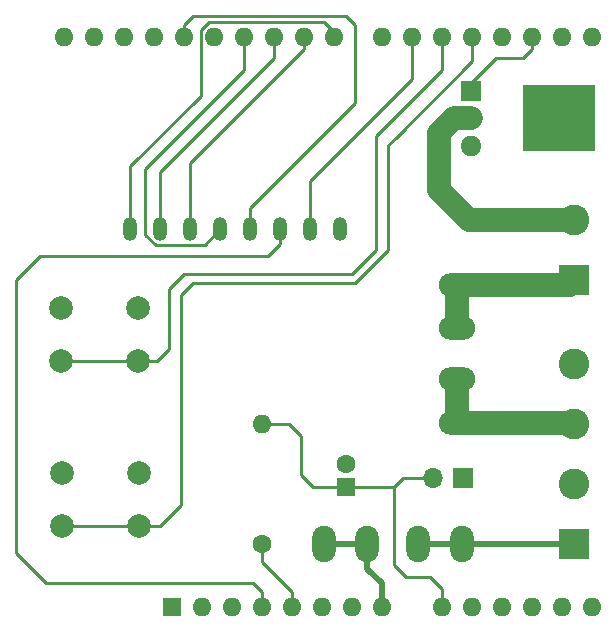
<source format=gbr>
%TF.GenerationSoftware,KiCad,Pcbnew,5.1.6+dfsg1-1*%
%TF.CreationDate,2020-07-08T08:01:11+01:00*%
%TF.ProjectId,Brew_Temperature_Controller,42726577-5f54-4656-9d70-657261747572,rev?*%
%TF.SameCoordinates,Original*%
%TF.FileFunction,Copper,L1,Top*%
%TF.FilePolarity,Positive*%
%FSLAX46Y46*%
G04 Gerber Fmt 4.6, Leading zero omitted, Abs format (unit mm)*
G04 Created by KiCad (PCBNEW 5.1.6+dfsg1-1) date 2020-07-08 08:01:11*
%MOMM*%
%LPD*%
G01*
G04 APERTURE LIST*
%TA.AperFunction,ComponentPad*%
%ADD10O,1.200000X2.000000*%
%TD*%
%TA.AperFunction,ComponentPad*%
%ADD11O,2.000000X3.100000*%
%TD*%
%TA.AperFunction,ComponentPad*%
%ADD12O,3.100000X2.000000*%
%TD*%
%TA.AperFunction,ComponentPad*%
%ADD13O,1.600000X1.600000*%
%TD*%
%TA.AperFunction,ComponentPad*%
%ADD14R,1.600000X1.600000*%
%TD*%
%TA.AperFunction,ComponentPad*%
%ADD15C,1.600000*%
%TD*%
%TA.AperFunction,ComponentPad*%
%ADD16R,2.600000X2.600000*%
%TD*%
%TA.AperFunction,ComponentPad*%
%ADD17C,2.600000*%
%TD*%
%TA.AperFunction,ComponentPad*%
%ADD18R,1.700000X1.700000*%
%TD*%
%TA.AperFunction,ComponentPad*%
%ADD19O,1.700000X1.700000*%
%TD*%
%TA.AperFunction,SMDPad,CuDef*%
%ADD20R,6.200000X5.700000*%
%TD*%
%TA.AperFunction,ComponentPad*%
%ADD21R,1.800000X1.717500*%
%TD*%
%TA.AperFunction,ComponentPad*%
%ADD22O,1.800000X1.717500*%
%TD*%
%TA.AperFunction,ComponentPad*%
%ADD23C,2.000000*%
%TD*%
%TA.AperFunction,Conductor*%
%ADD24C,0.250000*%
%TD*%
%TA.AperFunction,Conductor*%
%ADD25C,0.500000*%
%TD*%
%TA.AperFunction,Conductor*%
%ADD26C,2.000000*%
%TD*%
G04 APERTURE END LIST*
D10*
%TO.P,U1,1*%
%TO.N,RST*%
X74930000Y-146812000D03*
%TO.P,U1,2*%
%TO.N,CE*%
X77470000Y-146812000D03*
%TO.P,U1,3*%
%TO.N,DC*%
X80010000Y-146812000D03*
%TO.P,U1,4*%
%TO.N,SDIN*%
X82550000Y-146812000D03*
%TO.P,U1,5*%
%TO.N,SCLK*%
X85090000Y-146812000D03*
%TO.P,U1,6*%
%TO.N,+3V3*%
X87630000Y-146812000D03*
%TO.P,U1,7*%
%TO.N,LIGHT*%
X90170000Y-146812000D03*
%TO.P,U1,8*%
%TO.N,GND*%
X92710000Y-146812000D03*
%TD*%
D11*
%TO.P,F1,2*%
%TO.N,Net-(F1-Pad2)*%
X103014000Y-173482000D03*
X99314000Y-173482000D03*
%TO.P,F1,1*%
%TO.N,+12V*%
X95014000Y-173482000D03*
X91314000Y-173482000D03*
%TD*%
D12*
%TO.P,F2,2*%
%TO.N,Net-(F2-Pad2)*%
X102616000Y-163194000D03*
X102616000Y-159494000D03*
%TO.P,F2,1*%
%TO.N,Vdrive*%
X102616000Y-155194000D03*
X102616000Y-151494000D03*
%TD*%
D13*
%TO.P,A1,16*%
%TO.N,N/C*%
X111506000Y-130556000D03*
%TO.P,A1,15*%
X114046000Y-130556000D03*
%TO.P,A1,30*%
X74426000Y-130556000D03*
%TO.P,A1,14*%
X114046000Y-178816000D03*
%TO.P,A1,29*%
%TO.N,GND*%
X76966000Y-130556000D03*
%TO.P,A1,13*%
%TO.N,N/C*%
X111506000Y-178816000D03*
%TO.P,A1,28*%
%TO.N,SCLK*%
X79506000Y-130556000D03*
%TO.P,A1,12*%
%TO.N,N/C*%
X108966000Y-178816000D03*
%TO.P,A1,27*%
X82046000Y-130556000D03*
%TO.P,A1,11*%
X106426000Y-178816000D03*
%TO.P,A1,26*%
%TO.N,SDIN*%
X84586000Y-130556000D03*
%TO.P,A1,10*%
%TO.N,N/C*%
X103886000Y-178816000D03*
%TO.P,A1,25*%
%TO.N,CE*%
X87126000Y-130556000D03*
%TO.P,A1,9*%
%TO.N,THERM*%
X101346000Y-178816000D03*
%TO.P,A1,24*%
%TO.N,DC*%
X89666000Y-130556000D03*
%TO.P,A1,8*%
%TO.N,+12V*%
X96266000Y-178816000D03*
%TO.P,A1,23*%
%TO.N,RST*%
X92206000Y-130556000D03*
%TO.P,A1,7*%
%TO.N,GND*%
X93726000Y-178816000D03*
%TO.P,A1,22*%
%TO.N,N/C*%
X96266000Y-130556000D03*
%TO.P,A1,6*%
%TO.N,GND*%
X91186000Y-178816000D03*
%TO.P,A1,21*%
%TO.N,LIGHT*%
X98806000Y-130556000D03*
%TO.P,A1,5*%
%TO.N,+5V*%
X88646000Y-178816000D03*
%TO.P,A1,20*%
%TO.N,Button1*%
X101346000Y-130556000D03*
%TO.P,A1,4*%
%TO.N,+3V3*%
X86106000Y-178816000D03*
%TO.P,A1,19*%
%TO.N,Button2*%
X103886000Y-130556000D03*
%TO.P,A1,3*%
%TO.N,N/C*%
X83566000Y-178816000D03*
%TO.P,A1,18*%
X106426000Y-130556000D03*
%TO.P,A1,2*%
X81026000Y-178816000D03*
%TO.P,A1,17*%
%TO.N,HEATER*%
X108966000Y-130556000D03*
D14*
%TO.P,A1,1*%
%TO.N,N/C*%
X78486000Y-178816000D03*
D13*
%TO.P,A1,31*%
X71886000Y-130556000D03*
%TO.P,A1,32*%
X69346000Y-130556000D03*
%TD*%
D14*
%TO.P,C3,1*%
%TO.N,THERM*%
X93218000Y-168656000D03*
D15*
%TO.P,C3,2*%
%TO.N,GND*%
X93218000Y-166656000D03*
%TD*%
D16*
%TO.P,J1,1*%
%TO.N,Net-(F1-Pad2)*%
X112522000Y-173482000D03*
D17*
%TO.P,J1,2*%
%TO.N,GND*%
X112522000Y-168402000D03*
%TO.P,J1,3*%
%TO.N,Net-(F2-Pad2)*%
X112522000Y-163322000D03*
%TO.P,J1,4*%
%TO.N,GND*%
X112522000Y-158242000D03*
%TD*%
D16*
%TO.P,J2,1*%
%TO.N,Vdrive*%
X112522000Y-151130000D03*
D17*
%TO.P,J2,2*%
%TO.N,Net-(J2-Pad2)*%
X112522000Y-146050000D03*
%TD*%
D18*
%TO.P,J3,1*%
%TO.N,GND*%
X103124000Y-167894000D03*
D19*
%TO.P,J3,2*%
%TO.N,THERM*%
X100584000Y-167894000D03*
%TD*%
D20*
%TO.P,Q1,4*%
%TO.N,N/C*%
X111252000Y-137414000D03*
D21*
%TO.P,Q1,1*%
%TO.N,HEATER*%
X103818667Y-135124000D03*
D22*
%TO.P,Q1,2*%
%TO.N,Net-(J2-Pad2)*%
X103818667Y-137414000D03*
%TO.P,Q1,3*%
%TO.N,GND*%
X103818667Y-139704000D03*
%TD*%
D15*
%TO.P,R1,1*%
%TO.N,+5V*%
X86106000Y-173482000D03*
D13*
%TO.P,R1,2*%
%TO.N,THERM*%
X86106000Y-163322000D03*
%TD*%
D23*
%TO.P,SW1,1*%
%TO.N,GND*%
X75588000Y-153488000D03*
%TO.P,SW1,2*%
%TO.N,Button1*%
X75588000Y-157988000D03*
%TO.P,SW1,1*%
%TO.N,GND*%
X69088000Y-153488000D03*
%TO.P,SW1,2*%
%TO.N,Button1*%
X69088000Y-157988000D03*
%TD*%
%TO.P,SW2,2*%
%TO.N,Button2*%
X69192000Y-171958000D03*
%TO.P,SW2,1*%
%TO.N,GND*%
X69192000Y-167458000D03*
%TO.P,SW2,2*%
%TO.N,Button2*%
X75692000Y-171958000D03*
%TO.P,SW2,1*%
%TO.N,GND*%
X75692000Y-167458000D03*
%TD*%
D24*
%TO.N,+5V*%
X86106000Y-173482000D02*
X86106000Y-175006000D01*
X88646000Y-177546000D02*
X88646000Y-178816000D01*
X86106000Y-175006000D02*
X88646000Y-177546000D01*
%TO.N,+3V3*%
X85344000Y-176784000D02*
X67818000Y-176784000D01*
X86106000Y-177546000D02*
X85344000Y-176784000D01*
X86106000Y-178816000D02*
X86106000Y-177546000D01*
X66548000Y-175514000D02*
X66294000Y-175260000D01*
X67818000Y-176784000D02*
X66548000Y-175514000D01*
X65278000Y-174244000D02*
X66548000Y-175514000D01*
X65278000Y-151130000D02*
X65278000Y-174244000D01*
X87630000Y-146812000D02*
X87630000Y-148082000D01*
X87630000Y-148082000D02*
X86614000Y-149098000D01*
X67310000Y-149098000D02*
X65278000Y-151130000D01*
X86614000Y-149098000D02*
X67310000Y-149098000D01*
%TO.N,SCLK*%
X79506000Y-130556000D02*
X79506000Y-129536000D01*
X79506000Y-129536000D02*
X80264000Y-128778000D01*
X80264000Y-128778000D02*
X93218000Y-128778000D01*
X93218000Y-128778000D02*
X93980000Y-129540000D01*
X93980000Y-129540000D02*
X93980000Y-136144000D01*
X85090000Y-145034000D02*
X85090000Y-146812000D01*
X93980000Y-136144000D02*
X85090000Y-145034000D01*
%TO.N,SDIN*%
X84586000Y-130556000D02*
X84586000Y-133346000D01*
X84586000Y-133346000D02*
X76200000Y-141732000D01*
X76200000Y-141732000D02*
X76200000Y-147250161D01*
X77086849Y-148137010D02*
X76200000Y-147250161D01*
X81224990Y-148137010D02*
X77086849Y-148137010D01*
X82550000Y-146812000D02*
X81224990Y-148137010D01*
%TO.N,DC*%
X80010000Y-146812000D02*
X80010000Y-141224000D01*
X89666000Y-131568000D02*
X89666000Y-130556000D01*
X80010000Y-141224000D02*
X89666000Y-131568000D01*
%TO.N,RST*%
X92206000Y-130556000D02*
X92206000Y-130052000D01*
X92206000Y-130052000D02*
X91382010Y-129228010D01*
X91382010Y-129228010D02*
X81591990Y-129228010D01*
X80920999Y-129899001D02*
X80920999Y-135487001D01*
X81591990Y-129228010D02*
X80920999Y-129899001D01*
X74930000Y-141478000D02*
X74930000Y-146812000D01*
X80920999Y-135487001D02*
X74930000Y-141478000D01*
%TO.N,THERM*%
X101346000Y-178816000D02*
X101346000Y-177292000D01*
X101346000Y-177292000D02*
X100330000Y-176276000D01*
X100330000Y-176276000D02*
X98298000Y-176276000D01*
X98298000Y-176276000D02*
X97282000Y-175260000D01*
X97282000Y-175260000D02*
X97282000Y-168656000D01*
X98044000Y-167894000D02*
X100584000Y-167894000D01*
X97282000Y-168656000D02*
X98044000Y-167894000D01*
X93218000Y-168656000D02*
X97282000Y-168656000D01*
X86106000Y-163322000D02*
X88392000Y-163322000D01*
X88392000Y-163322000D02*
X89408000Y-164338000D01*
X89408000Y-164338000D02*
X89408000Y-167640000D01*
X90424000Y-168656000D02*
X93218000Y-168656000D01*
X89408000Y-167640000D02*
X90424000Y-168656000D01*
D25*
%TO.N,+12V*%
X91314000Y-173482000D02*
X95014000Y-173482000D01*
X95014000Y-173482000D02*
X95014000Y-175532000D01*
X96266000Y-176784000D02*
X96266000Y-178816000D01*
X95014000Y-175532000D02*
X96266000Y-176784000D01*
D24*
%TO.N,CE*%
X77470000Y-146812000D02*
X77470000Y-141986000D01*
X87126000Y-132330000D02*
X87126000Y-130556000D01*
X77470000Y-141986000D02*
X87126000Y-132330000D01*
%TO.N,HEATER*%
X103818667Y-135124000D02*
X103818667Y-134433333D01*
X103818667Y-134433333D02*
X105918000Y-132334000D01*
X105918000Y-132334000D02*
X108204000Y-132334000D01*
X108966000Y-131572000D02*
X108966000Y-130556000D01*
X108204000Y-132334000D02*
X108966000Y-131572000D01*
D26*
%TO.N,Vdrive*%
X102616000Y-155194000D02*
X102616000Y-151494000D01*
X112158000Y-151494000D02*
X112522000Y-151130000D01*
X102616000Y-151494000D02*
X112158000Y-151494000D01*
D25*
%TO.N,Net-(F1-Pad2)*%
X99314000Y-173482000D02*
X103014000Y-173482000D01*
X103014000Y-173482000D02*
X112522000Y-173482000D01*
D26*
%TO.N,Net-(F2-Pad2)*%
X112394000Y-163194000D02*
X112522000Y-163322000D01*
X102616000Y-163194000D02*
X112394000Y-163194000D01*
X102616000Y-163194000D02*
X102616000Y-159494000D01*
%TO.N,Net-(J2-Pad2)*%
X103632000Y-146050000D02*
X112522000Y-146050000D01*
X101092000Y-138684000D02*
X101092000Y-143510000D01*
X101092000Y-143510000D02*
X103632000Y-146050000D01*
X102362000Y-137414000D02*
X101092000Y-138684000D01*
X103818667Y-137414000D02*
X102362000Y-137414000D01*
D24*
%TO.N,Button1*%
X75588000Y-157988000D02*
X69088000Y-157988000D01*
X101346000Y-130556000D02*
X101346000Y-133350000D01*
X101346000Y-133350000D02*
X95758000Y-138938000D01*
X95758000Y-138938000D02*
X95758000Y-148590000D01*
X95758000Y-148590000D02*
X93726000Y-150622000D01*
X79502000Y-150622000D02*
X80772000Y-150622000D01*
X78232000Y-151892000D02*
X79502000Y-150622000D01*
X78232000Y-156972000D02*
X78232000Y-151892000D01*
X77216000Y-157988000D02*
X78232000Y-156972000D01*
X75588000Y-157988000D02*
X77216000Y-157988000D01*
X80772000Y-150622000D02*
X80518000Y-150622000D01*
X93726000Y-150622000D02*
X80772000Y-150622000D01*
%TO.N,Button2*%
X69192000Y-171958000D02*
X75692000Y-171958000D01*
X103886000Y-130556000D02*
X103886000Y-132588000D01*
X96774000Y-148590000D02*
X96774000Y-139700000D01*
X93980000Y-151384000D02*
X96774000Y-148590000D01*
X96774000Y-139700000D02*
X97409000Y-139065000D01*
X79248000Y-152400000D02*
X80264000Y-151384000D01*
X79248000Y-170180000D02*
X79248000Y-152400000D01*
X77470000Y-171958000D02*
X79248000Y-170180000D01*
X80264000Y-151384000D02*
X93980000Y-151384000D01*
X75692000Y-171958000D02*
X77470000Y-171958000D01*
X97409000Y-139065000D02*
X97282000Y-139192000D01*
X103886000Y-132588000D02*
X97409000Y-139065000D01*
%TO.N,LIGHT*%
X98806000Y-130556000D02*
X98806000Y-134112000D01*
X90170000Y-142748000D02*
X90170000Y-146812000D01*
X98806000Y-134112000D02*
X90170000Y-142748000D01*
%TD*%
M02*

</source>
